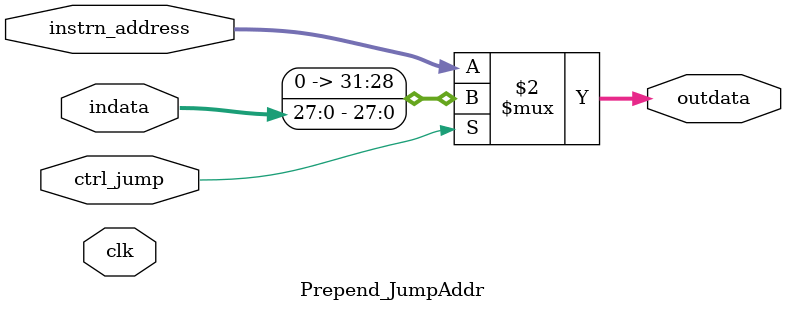
<source format=v>
module Prepend_JumpAddr(
    clk,
	indata,
    instrn_address,
	ctrl_jump,
	outdata
    );

input [27:0] indata;   //value before shift
input [31:0] instrn_address;
input ctrl_jump;      // if 1, shift, else, no shift
input clk;
output wire [31:0] outdata;  //value after shift

/* 
*  Concatenates bits 31-28 from PC address to 28 bit jump label, to make 32 bits
*
*
// */
// always @ (posedge clk)  // every time clk goes from 0 to 1
// begin
    /* If jump is asserted, concatenate bits and load new address to PC; else, load PC+4 to PC*/
assign outdata = ctrl_jump ? indata : instrn_address;  //concatenate bits
// end
endmodule
</source>
